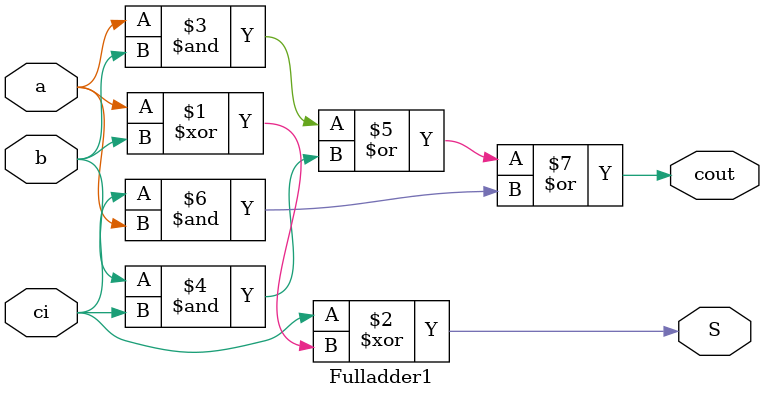
<source format=v>
`timescale 1ns / 1ps
module Fulladder1(
input a, b, 
input ci,
output S,
output cout
    );

assign S = ci ^ ( a ^ b );
assign cout = (a & b) | (b & ci) | (ci & a); 

endmodule

</source>
